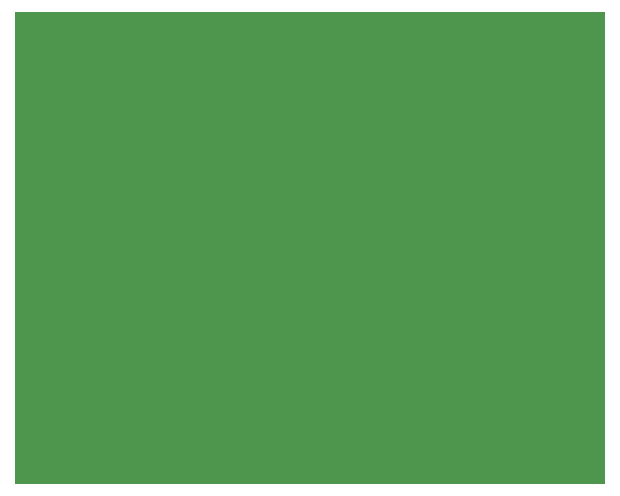
<source format=gbl>
G04 Filename: OshPark_2_67GHz_Patch.gbl*
G04 FileFunction: Copper,L2,Bot,Signal*
G04 Part: Single*
G04 ProjectId: OshPark_2_67GHz_Patch,2CD5A48D9547658B661045AFE73CCBB1,1*
G04 GenerationSoftware: MathWorks,MATLAB,9.8.0.1417392 (R2020a) Update 4*
G04 CreationDate: 2021-07-15T12:24:54-0700*
G04 FilePolarity: Positive*
%FSLAX16Y16*%
%MOIN*%
%ADD11C,0.1057086614*%  G04 Connect ground to connector*
G04 Antenna metal layer 2*
%LPD*%
G01*
G36*
X-0984252Y-0787402D02*
X0984252D01*
Y0787402D01*
X-0984252D01*
G37*
G04 Add SMAEdge connector*
G04  - Add pads*
G36*
X0818898Y-0137795D02*
X0984252D01*
Y0157480D01*
X0818898D01*
Y-0137795D01*
D02*
G37*
D11*
X0901575Y-0111220D02*
X0799213D01*
X0901575Y0111220D02*
X0799213D01*
G04 MD5: c52f370777a297d5e42a945945aab7d*
M02*

</source>
